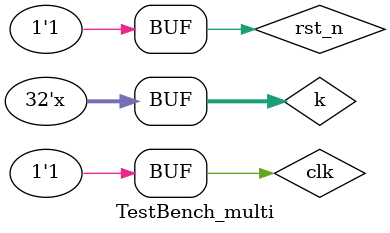
<source format=v>

`timescale 1ns / 1ps

module TestBench_multi;

reg clk;
reg rst_n;
integer k;
TOP TOP(clk,rst_n);

initial begin
	clk = 0; 	
	#1 clk = 1;	
	#1 clk = 0;		#1 clk = 1;	
	#1 clk = 0;		#1 clk = 1;	
	#1 clk = 0;		#1 clk = 1;	
	#1 clk = 0;		#1 clk = 1;	
	#1 clk = 0;		#1 clk = 1;	
	#1 clk = 0;		#1 clk = 1;	
	#1 clk = 0;		#1 clk = 1;	
	#1 clk = 0;		#1 clk = 1;	
	#1 clk = 0;		#1 clk = 1;	
	#1 clk = 0;		#1 clk = 1;	
	#1 clk = 0;		#1 clk = 1;	
	#1 clk = 0;		#1 clk = 1;	
	#1 clk = 0;		#1 clk = 1;	
	#1 clk = 0;		#1 clk = 1;	
	#1 clk = 0;		#1 clk = 1;	
	#1 clk = 0;		#1 clk = 1;	
	#1 clk = 0;		#1 clk = 1;	
	#1 clk = 0;		#1 clk = 1;	
	#1 clk = 0;		#1 clk = 1;	
	#1 clk = 0;		#1 clk = 1;	
	#1 clk = 0;		#1 clk = 1;	
	#1 clk = 0;		#1 clk = 1;	
	#1 clk = 0;		#1 clk = 1;	
	#1 clk = 0;		#1 clk = 1;	
	#1 clk = 0;		#1 clk = 1;	
	#1 clk = 0;		#1 clk = 1;	
	#1 clk = 0;		#1 clk = 1;	
	#1 clk = 0;		#1 clk = 1;	
	#1 clk = 0;		#1 clk = 1;	
	#1 clk = 0;		#1 clk = 1;	
	#1 clk = 0;		#1 clk = 1;	
	#1 clk = 0;		#1 clk = 1;	
	#1 clk = 0;		#1 clk = 1;	
	#1 clk = 0;		#1 clk = 1;	
	#1 clk = 0;		#1 clk = 1;	
	#1 clk = 0;		#1 clk = 1;	
	#1 clk = 0;		#1 clk = 1;	
	#1 clk = 0;		#1 clk = 1;	
	#1 clk = 0;		#1 clk = 1;	
	#1 clk = 0;		#1 clk = 1;	
	#1 clk = 0;		#1 clk = 1;	
	#1 clk = 0;		#1 clk = 1;	
	#1 clk = 0;		#1 clk = 1;	
	#1 clk = 0;		#1 clk = 1;	
	#1 clk = 0;		#1 clk = 1;
	#1 clk = 0;		#1 clk = 1;	
	#1 clk = 0;		#1 clk = 1;	
	#1 clk = 0;		#1 clk = 1;	
	#1 clk = 0;		#1 clk = 1;	
	#1 clk = 0;		#1 clk = 1;	
	#1 clk = 0;		#1 clk = 1;	
	#1 clk = 0;		#1 clk = 1;	
	#1 clk = 0;		#1 clk = 1;	
	#1 clk = 0;		#1 clk = 1;	
	#1 clk = 0;		#1 clk = 1;	
	#1 clk = 0;		#1 clk = 1;	
	#1 clk = 0;		#1 clk = 1;	
	#1 clk = 0;		#1 clk = 1;	
	#1 clk = 0;		#1 clk = 1;	
end

initial begin
#0	rst_n=0;
#0.5	rst_n=1;
end

initial begin
	k = 0;
end

always @ (clk,k) 
begin
/*	$display($time,,"Clock = ", ~clk);
	$display($time,,"PC = ", single.pc);
	$display($time,,"npc=", single.npc);
   $display($time,,"Instruction = ", single.pc[13:2]);
	$display($time,,"[$t0] = %d", single.regfile.register[8]);
	$display($time,,"[$t1] = %d", single.regfile.register[9]);
	$display($time,,"ALUSrc1 = ", single.Data1);
	$display($time,,"ALUSrc2 = ", single.ALUSrc2);
	$display($time,,"ALU Result = ", single.ALUResult1);
	$display($time,,"Writeback = ", single.WriteBack);
	$display($time,,"Write_reg = ",single.Write_reg);
	$display($time,,"Reg_Out_1 = ", single.Data1);	
	$display($time,,"Reg_Out_2 = ", single.Data2);*/
	$display("Time  =%d, [clk] = %d", k, clk);		
	$display("[$s0] = %d, [$s1] = %d, [$s2] = %d", TOP.TOP_ID.register_1.registers[16], 
		TOP.TOP_ID.register_1.registers[17], TOP.TOP_ID.register_1.registers[18]);	
	$display("[$s3] = %d, [$s4] = %d, [$s5] = %d", TOP.TOP_ID.register_1.registers[19], 
		TOP.TOP_ID.register_1.registers[20], TOP.TOP_ID.register_1.registers[21]);
	$display("[$s6] = %d, [$s7] = %d, [$t0] = %d", TOP.TOP_ID.register_1.registers[22], 
		TOP.TOP_ID.register_1.registers[23], TOP.TOP_ID.register_1.registers[8]);
	$display("[$t1] = %d, [$t2] = %d, [$t3] = %d", TOP.TOP_ID.register_1.registers[9], 
		TOP.TOP_ID.register_1.registers[10], TOP.TOP_ID.register_1.registers[11]);
	$display("[$t4] = %d, [$t5] = %d, [$t6] = %d", TOP.TOP_ID.register_1.registers[12], 
		TOP.TOP_ID.register_1.registers[13], TOP.TOP_ID.register_1.registers[14]);
	$display("[$t7] = %d, [$t8] = %d, [$t9] = %d", TOP.TOP_ID.register_1.registers[15], 
		TOP.TOP_ID.register_1.registers[24], TOP.TOP_ID.register_1.registers[25]);
	$display();
	if(clk == 0) begin
		k = k+1;
	end	
end
endmodule






</source>
